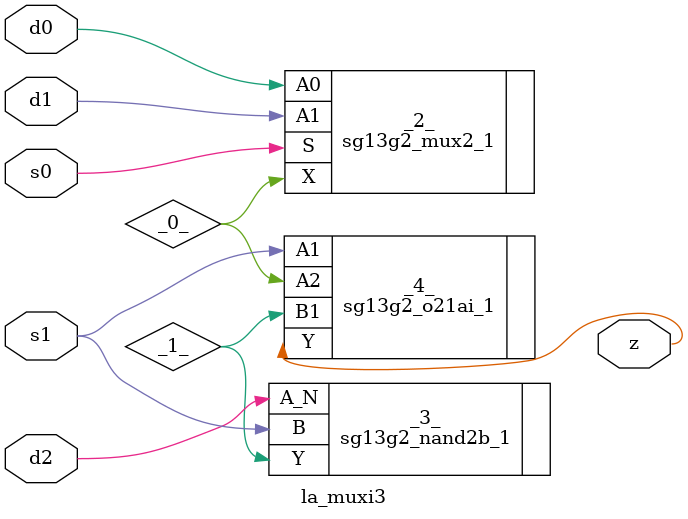
<source format=v>

/* Generated by Yosys 0.44 (git sha1 80ba43d26, g++ 11.4.0-1ubuntu1~22.04 -fPIC -O3) */

(* top =  1  *)
(* src = "generated" *)
module la_muxi3 (
    d0,
    d1,
    d2,
    s0,
    s1,
    z
);
  wire _0_;
  wire _1_;
  (* src = "generated" *)
  input d0;
  wire d0;
  (* src = "generated" *)
  input d1;
  wire d1;
  (* src = "generated" *)
  input d2;
  wire d2;
  (* src = "generated" *)
  input s0;
  wire s0;
  (* src = "generated" *)
  input s1;
  wire s1;
  (* src = "generated" *)
  output z;
  wire z;
  sg13g2_mux2_1 _2_ (
      .A0(d0),
      .A1(d1),
      .S (s0),
      .X (_0_)
  );
  sg13g2_nand2b_1 _3_ (
      .A_N(d2),
      .B  (s1),
      .Y  (_1_)
  );
  sg13g2_o21ai_1 _4_ (
      .A1(s1),
      .A2(_0_),
      .B1(_1_),
      .Y (z)
  );
endmodule

</source>
